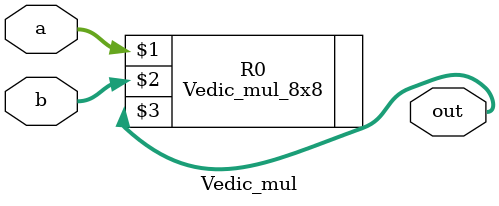
<source format=sv>
module Vedic_mul(
	input logic [7:0] a, b,
	output logic [15:0] out
	);
	
	Vedic_mul_8x8 R0(a, b, out);
	
endmodule
</source>
